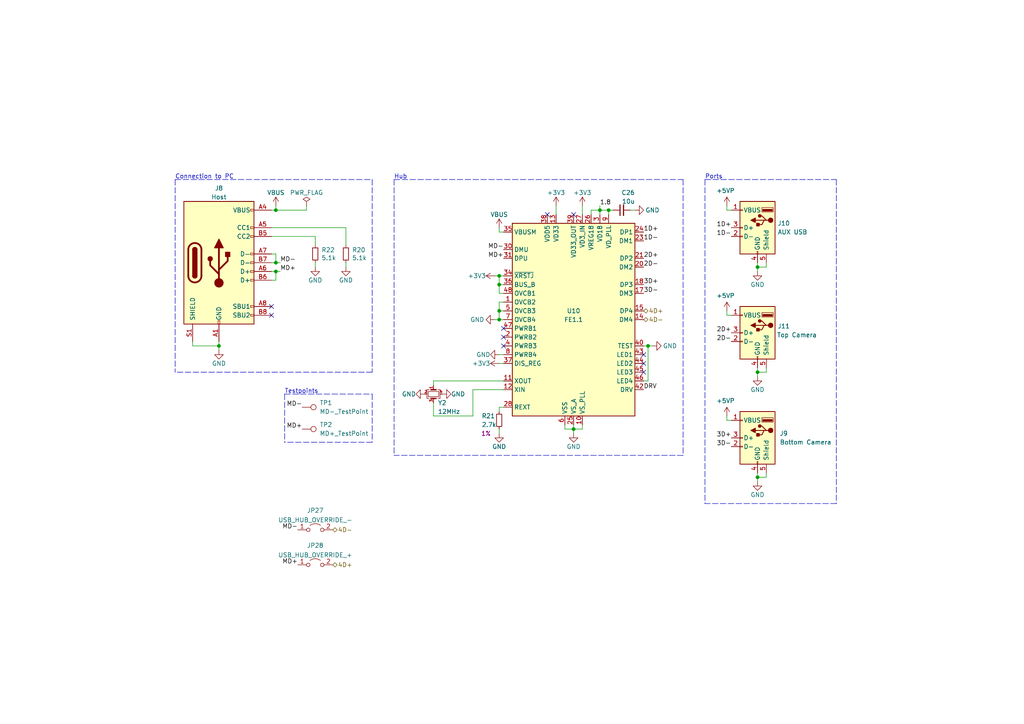
<source format=kicad_sch>
(kicad_sch (version 20211123) (generator eeschema)
  (paper "A4")
  (title_block (title "Index Mobo") (date "2022-03-29") (rev "003"))
  (lib_symbols
    (symbol "Connector:TestPoint" (pin_numbers hide) (pin_names (offset 0.762) hide)
      (property "Reference" "TP" (at 0 6.858 0))
      (property "Value" "TestPoint" (at 0 5.08 0))
      (symbol "TestPoint_0_1"
        (circle (center 0 3.302) (radius 0.762))
      )
      (symbol "TestPoint_1_1"
        (pin passive line (at 0 0 90) (length 2.54) (name "1") (number "1"))
      )
    )
    (symbol "Connector:USB_A" (pin_names (offset 1.016))
      (property "Reference" "J" (at -5.08 11.43 0))
      (property "Value" "USB_A" (at -5.08 8.89 0))
      (symbol "USB_A_0_1"
        (rectangle (start -5.08 -7.62) (end 5.08 7.62) (stroke (width 0.254)) (fill (type background)))
        (circle (center -3.81 2.159) (radius 0.635) (stroke (width 0.254)) (fill (type outline)))
        (rectangle (start -1.524 4.826) (end -4.318 5.334) (fill (type outline)))
        (rectangle (start -1.27 4.572) (end -4.572 5.842))
        (circle (center -0.635 3.429) (radius 0.381) (stroke (width 0.254)) (fill (type outline)))
        (rectangle (start -0.127 -7.62) (end 0.127 -6.858))
        (polyline (pts (xy -3.175 2.159) (xy -2.54 2.159) (xy -1.27 3.429) (xy -0.635 3.429)) (stroke (width 0.254)))
        (polyline (pts (xy -2.54 2.159) (xy -1.905 2.159) (xy -1.27 0.889) (xy 0 0.889)) (stroke (width 0.254)))
        (polyline (pts (xy 0.635 2.794) (xy 0.635 1.524) (xy 1.905 2.159) (xy 0.635 2.794)) (stroke (width 0.254)) (fill (type outline)))
        (rectangle (start 0.254 1.27) (end -0.508 0.508) (stroke (width 0.254)) (fill (type outline)))
        (rectangle (start 5.08 -2.667) (end 4.318 -2.413))
        (rectangle (start 5.08 -0.127) (end 4.318 0.127))
        (rectangle (start 5.08 4.953) (end 4.318 5.207))
      )
      (symbol "USB_A_1_1"
        (polyline (pts (xy -1.905 2.159) (xy 0.635 2.159)) (stroke (width 0.254)))
        (pin power_in line (at 7.62 5.08 180) (length 2.54) (name "VBUS") (number "1"))
        (pin bidirectional line (at 7.62 -2.54 180) (length 2.54) (name "D-") (number "2"))
        (pin bidirectional line (at 7.62 0 180) (length 2.54) (name "D+") (number "3"))
        (pin power_in line (at 0 -10.16 90) (length 2.54) (name "GND") (number "4"))
        (pin passive line (at -2.54 -10.16 90) (length 2.54) (name "Shield") (number "5"))
      )
    )
    (symbol "Connector:USB_C_Receptacle_USB2.0" (pin_names (offset 1.016))
      (property "Reference" "J" (at -10.16 19.05 0))
      (property "Value" "USB_C_Receptacle_USB2.0" (at 19.05 19.05 0))
      (symbol "USB_C_Receptacle_USB2.0_0_0"
        (rectangle (start -0.254 -17.78) (end 0.254 -16.764))
        (rectangle (start 10.16 -14.986) (end 9.144 -15.494))
        (rectangle (start 10.16 -12.446) (end 9.144 -12.954))
        (rectangle (start 10.16 -4.826) (end 9.144 -5.334))
        (rectangle (start 10.16 -2.286) (end 9.144 -2.794))
        (rectangle (start 10.16 0.254) (end 9.144 -0.254))
        (rectangle (start 10.16 2.794) (end 9.144 2.286))
        (rectangle (start 10.16 7.874) (end 9.144 7.366))
        (rectangle (start 10.16 10.414) (end 9.144 9.906))
        (rectangle (start 10.16 15.494) (end 9.144 14.986))
      )
      (symbol "USB_C_Receptacle_USB2.0_0_1"
        (rectangle (start -10.16 17.78) (end 10.16 -17.78) (stroke (width 0.254)) (fill (type background)))
        (arc (start -8.89 -3.81) (mid -6.985 -5.715) (end -5.08 -3.81) (stroke (width 0.508)))
        (arc (start -7.62 -3.81) (mid -6.985 -4.445) (end -6.35 -3.81) (stroke (width 0.254)))
        (arc (start -7.62 -3.81) (mid -6.985 -4.445) (end -6.35 -3.81) (stroke (width 0.254)) (fill (type outline)))
        (rectangle (start -7.62 -3.81) (end -6.35 3.81) (stroke (width 0.254)) (fill (type outline)))
        (arc (start -6.35 3.81) (mid -6.985 4.445) (end -7.62 3.81) (stroke (width 0.254)))
        (arc (start -6.35 3.81) (mid -6.985 4.445) (end -7.62 3.81) (stroke (width 0.254)) (fill (type outline)))
        (arc (start -5.08 3.81) (mid -6.985 5.715) (end -8.89 3.81) (stroke (width 0.508)))
        (circle (center -2.54 1.143) (radius 0.635) (stroke (width 0.254)) (fill (type outline)))
        (circle (center 0 -5.842) (radius 1.27) (fill (type outline)))
        (polyline (pts (xy -8.89 -3.81) (xy -8.89 3.81)) (stroke (width 0.508)))
        (polyline (pts (xy -5.08 3.81) (xy -5.08 -3.81)) (stroke (width 0.508)))
        (polyline (pts (xy 0 -5.842) (xy 0 4.318)) (stroke (width 0.508)))
        (polyline (pts (xy 0 -3.302) (xy -2.54 -0.762) (xy -2.54 0.508)) (stroke (width 0.508)))
        (polyline (pts (xy 0 -2.032) (xy 2.54 0.508) (xy 2.54 1.778)) (stroke (width 0.508)))
        (polyline (pts (xy -1.27 4.318) (xy 0 6.858) (xy 1.27 4.318) (xy -1.27 4.318)) (stroke (width 0.254)) (fill (type outline)))
        (rectangle (start 1.905 1.778) (end 3.175 3.048) (stroke (width 0.254)) (fill (type outline)))
      )
      (symbol "USB_C_Receptacle_USB2.0_1_1"
        (pin passive line (at 0 -22.86 90) (length 5.08) (name "GND") (number "A1"))
        (pin passive line (at 0 -22.86 90) (length 5.08) hide (name "GND") (number "A12"))
        (pin passive line (at 15.24 15.24 180) (length 5.08) (name "VBUS") (number "A4"))
        (pin bidirectional line (at 15.24 10.16 180) (length 5.08) (name "CC1") (number "A5"))
        (pin bidirectional line (at 15.24 -2.54 180) (length 5.08) (name "D+") (number "A6"))
        (pin bidirectional line (at 15.24 2.54 180) (length 5.08) (name "D-") (number "A7"))
        (pin bidirectional line (at 15.24 -12.7 180) (length 5.08) (name "SBU1") (number "A8"))
        (pin passive line (at 15.24 15.24 180) (length 5.08) hide (name "VBUS") (number "A9"))
        (pin passive line (at 0 -22.86 90) (length 5.08) hide (name "GND") (number "B1"))
        (pin passive line (at 0 -22.86 90) (length 5.08) hide (name "GND") (number "B12"))
        (pin passive line (at 15.24 15.24 180) (length 5.08) hide (name "VBUS") (number "B4"))
        (pin bidirectional line (at 15.24 7.62 180) (length 5.08) (name "CC2") (number "B5"))
        (pin bidirectional line (at 15.24 -5.08 180) (length 5.08) (name "D+") (number "B6"))
        (pin bidirectional line (at 15.24 0 180) (length 5.08) (name "D-") (number "B7"))
        (pin bidirectional line (at 15.24 -15.24 180) (length 5.08) (name "SBU2") (number "B8"))
        (pin passive line (at 15.24 15.24 180) (length 5.08) hide (name "VBUS") (number "B9"))
        (pin passive line (at -7.62 -22.86 90) (length 5.08) (name "SHIELD") (number "S1"))
      )
    )
    (symbol "Device:C_Small" (pin_numbers hide) (pin_names (offset 0.254) hide)
      (property "Reference" "C" (at 0.254 1.778 0))
      (property "Value" "C_Small" (at 0.254 -2.032 0))
      (symbol "C_Small_0_1"
        (polyline (pts (xy -1.524 -0.508) (xy 1.524 -0.508)) (stroke (width 0.3302)))
        (polyline (pts (xy -1.524 0.508) (xy 1.524 0.508)) (stroke (width 0.3048)))
      )
      (symbol "C_Small_1_1"
        (pin passive line (at 0 2.54 270) (length 2.032) (name "~") (number "1"))
        (pin passive line (at 0 -2.54 90) (length 2.032) (name "~") (number "2"))
      )
    )
    (symbol "Device:Crystal_GND24_Small" (pin_names (offset 1.016) hide)
      (property "Reference" "Y" (at 1.27 4.445 0))
      (property "Value" "Crystal_GND24_Small" (at 1.27 2.54 0))
      (symbol "Crystal_GND24_Small_0_1"
        (rectangle (start -0.762 -1.524) (end 0.762 1.524))
        (polyline (pts (xy -1.27 -0.762) (xy -1.27 0.762)) (stroke (width 0.381)))
        (polyline (pts (xy 1.27 -0.762) (xy 1.27 0.762)) (stroke (width 0.381)))
        (polyline (pts (xy -1.27 -1.27) (xy -1.27 -1.905) (xy 1.27 -1.905) (xy 1.27 -1.27)))
        (polyline (pts (xy -1.27 1.27) (xy -1.27 1.905) (xy 1.27 1.905) (xy 1.27 1.27)))
      )
      (symbol "Crystal_GND24_Small_1_1"
        (pin passive line (at -2.54 0 0) (length 1.27) (name "1") (number "1"))
        (pin passive line (at 0 -2.54 90) (length 0.635) (name "2") (number "2"))
        (pin passive line (at 2.54 0 180) (length 1.27) (name "3") (number "3"))
        (pin passive line (at 0 2.54 270) (length 0.635) (name "4") (number "4"))
      )
    )
    (symbol "Device:R_Small" (pin_numbers hide) (pin_names (offset 0.254) hide)
      (property "Reference" "R" (at 0.762 0.508 0))
      (property "Value" "R_Small" (at 0.762 -1.016 0))
      (symbol "R_Small_0_1"
        (rectangle (start -0.762 1.778) (end 0.762 -1.778) (stroke (width 0.2032)))
      )
      (symbol "R_Small_1_1"
        (pin passive line (at 0 2.54 270) (length 0.762) (name "~") (number "1"))
        (pin passive line (at 0 -2.54 90) (length 0.762) (name "~") (number "2"))
      )
    )
    (symbol "Jumper:Jumper_2_Open" (pin_names (offset 0) hide)
      (property "Reference" "JP" (at 0 2.794 0))
      (property "Value" "Jumper_2_Open" (at 0 -2.286 0))
      (symbol "Jumper_2_Open_0_0"
        (circle (center -2.032 0) (radius 0.508))
        (circle (center 2.032 0) (radius 0.508))
      )
      (symbol "Jumper_2_Open_0_1"
        (arc (start 1.524 1.27) (mid 0 1.778) (end -1.524 1.27))
      )
      (symbol "Jumper_2_Open_1_1"
        (pin passive line (at -5.08 0 0) (length 2.54) (name "A") (number "1"))
        (pin passive line (at 5.08 0 180) (length 2.54) (name "B") (number "2"))
      )
    )
    (symbol "index:FE1.1"
      (property "Reference" "U" (at -13.97 26.67 0))
      (property "Value" "FE1.1" (at 15.24 27.94 0))
      (symbol "FE1.1_0_1"
        (rectangle (start -17.78 25.4) (end 17.78 -30.48) (stroke (width 0.254)) (fill (type background)))
      )
      (symbol "FE1.1_1_1"
        (pin input line (at -20.32 2.54 0) (length 2.54) (name "OVCB2") (number "1"))
        (pin power_in line (at 2.54 -33.02 90) (length 2.54) (name "VS_PLL") (number "10"))
        (pin output line (at -20.32 -20.32 0) (length 2.54) (name "XOUT") (number "11"))
        (pin input line (at -20.32 -22.86 0) (length 2.54) (name "XIN") (number "12"))
        (pin power_in line (at -5.08 27.94 270) (length 2.54) (name "VD33") (number "13"))
        (pin bidirectional line (at 20.32 -2.54 180) (length 2.54) (name "DM4") (number "14"))
        (pin bidirectional line (at 20.32 0 180) (length 2.54) (name "DP4") (number "15"))
        (pin passive line (at -2.54 -33.02 90) (length 2.54) hide (name "VSS") (number "16"))
        (pin bidirectional line (at 20.32 5.08 180) (length 2.54) (name "DM3") (number "17"))
        (pin bidirectional line (at 20.32 7.62 180) (length 2.54) (name "DP3") (number "18"))
        (pin passive line (at -5.08 27.94 270) (length 2.54) hide (name "VD33") (number "19"))
        (pin input line (at -20.32 -7.62 0) (length 2.54) (name "PWRB2") (number "2"))
        (pin bidirectional line (at 20.32 12.7 180) (length 2.54) (name "DM2") (number "20"))
        (pin bidirectional line (at 20.32 15.24 180) (length 2.54) (name "DP2") (number "21"))
        (pin passive line (at -2.54 -33.02 90) (length 2.54) hide (name "VSS") (number "22"))
        (pin bidirectional line (at 20.32 20.32 180) (length 2.54) (name "DM1") (number "23"))
        (pin bidirectional line (at 20.32 22.86 180) (length 2.54) (name "DP1") (number "24"))
        (pin power_in line (at 0 -33.02 90) (length 2.54) (name "VS_A") (number "25"))
        (pin power_out line (at 5.08 27.94 270) (length 2.54) (name "VREG18") (number "26"))
        (pin power_in line (at 2.54 27.94 270) (length 2.54) (name "VD3_IN") (number "27"))
        (pin passive line (at -20.32 -27.94 0) (length 2.54) (name "REXT") (number "28"))
        (pin passive line (at 7.62 27.94 270) (length 2.54) hide (name "VD18") (number "29"))
        (pin power_in line (at 7.62 27.94 270) (length 2.54) (name "VD18") (number "3"))
        (pin bidirectional line (at -20.32 17.78 0) (length 2.54) (name "DMU") (number "30"))
        (pin bidirectional line (at -20.32 15.24 0) (length 2.54) (name "DPU") (number "31"))
        (pin passive line (at -5.08 27.94 270) (length 2.54) hide (name "VD33") (number "32"))
        (pin passive line (at -2.54 -33.02 90) (length 2.54) hide (name "VSS") (number "33"))
        (pin input line (at -20.32 10.16 0) (length 2.54) (name "~{XRSTJ}") (number "34"))
        (pin input line (at -20.32 22.86 0) (length 2.54) (name "VBUSM") (number "35"))
        (pin input line (at -20.32 7.62 0) (length 2.54) (name "BUS_B") (number "36"))
        (pin input line (at -20.32 -15.24 0) (length 2.54) (name "DIS_REG") (number "37"))
        (pin power_in line (at -7.62 27.94 270) (length 2.54) (name "VDD5") (number "38"))
        (pin power_out line (at 0 27.94 270) (length 2.54) (name "VD33_OUT") (number "39"))
        (pin input line (at -20.32 -10.16 0) (length 2.54) (name "PWRB3") (number "4"))
        (pin input line (at 20.32 -10.16 180) (length 2.54) (name "TEST") (number "40"))
        (pin passive line (at -5.08 27.94 270) (length 2.54) hide (name "VD33") (number "41"))
        (pin passive line (at 20.32 -22.86 180) (length 2.54) (name "DRV") (number "42"))
        (pin passive line (at 20.32 -12.7 180) (length 2.54) (name "LED1") (number "43"))
        (pin passive line (at 20.32 -15.24 180) (length 2.54) (name "LED2") (number "44"))
        (pin passive line (at 20.32 -17.78 180) (length 2.54) (name "LED3") (number "45"))
        (pin passive line (at 20.32 -20.32 180) (length 2.54) (name "LED4") (number "46"))
        (pin input line (at -20.32 -5.08 0) (length 2.54) (name "PWRB1") (number "47"))
        (pin input line (at -20.32 5.08 0) (length 2.54) (name "OVCB1") (number "48"))
        (pin input line (at -20.32 0 0) (length 2.54) (name "OVCB3") (number "5"))
        (pin power_in line (at -2.54 -33.02 90) (length 2.54) (name "VSS") (number "6"))
        (pin input line (at -20.32 -2.54 0) (length 2.54) (name "OVCB4") (number "7"))
        (pin input line (at -20.32 -12.7 0) (length 2.54) (name "PWRB4") (number "8"))
        (pin power_in line (at 10.16 27.94 270) (length 2.54) (name "VD_PLL") (number "9"))
      )
    )
    (symbol "power:+3.3V" (power) (pin_names (offset 0))
      (property "Value" "+3.3V" (at 0 3.556 0))
      (symbol "+3.3V_0_1"
        (polyline (pts (xy -0.762 1.27) (xy 0 2.54)))
        (polyline (pts (xy 0 0) (xy 0 2.54)))
        (polyline (pts (xy 0 2.54) (xy 0.762 1.27)))
      )
      (symbol "+3.3V_1_1"
        (pin power_in line (at 0 0 90) (length 0) hide (name "+3V3") (number "1"))
      )
    )
    (symbol "power:+5VP" (power) (pin_names (offset 0))
      (property "Value" "+5VP" (at 0 3.556 0))
      (symbol "+5VP_0_1"
        (polyline (pts (xy -0.762 1.27) (xy 0 2.54)))
        (polyline (pts (xy 0 0) (xy 0 2.54)))
        (polyline (pts (xy 0 2.54) (xy 0.762 1.27)))
      )
      (symbol "+5VP_1_1"
        (pin power_in line (at 0 0 90) (length 0) hide (name "+5VP") (number "1"))
      )
    )
    (symbol "power:GND" (power) (pin_names (offset 0))
      (property "Value" "GND" (at 0 -3.81 0))
      (symbol "GND_0_1"
        (polyline (pts (xy 0 0) (xy 0 -1.27) (xy 1.27 -1.27) (xy 0 -2.54) (xy -1.27 -1.27) (xy 0 -1.27)))
      )
      (symbol "GND_1_1"
        (pin power_in line (at 0 0 270) (length 0) hide (name "GND") (number "1"))
      )
    )
    (symbol "power:PWR_FLAG" (power) (pin_numbers hide) (pin_names (offset 0) hide)
      (property "Value" "PWR_FLAG" (at 0 3.81 0))
      (symbol "PWR_FLAG_0_0"
        (pin power_out line (at 0 0 90) (length 0) (name "pwr") (number "1"))
      )
      (symbol "PWR_FLAG_0_1"
        (polyline (pts (xy 0 0) (xy 0 1.27) (xy -1.016 1.905) (xy 0 2.54) (xy 1.016 1.905) (xy 0 1.27)))
      )
    )
    (symbol "power:VBUS" (power) (pin_names (offset 0))
      (property "Value" "VBUS" (at 0 3.81 0))
      (symbol "VBUS_0_1"
        (polyline (pts (xy -0.762 1.27) (xy 0 2.54)))
        (polyline (pts (xy 0 0) (xy 0 2.54)))
        (polyline (pts (xy 0 2.54) (xy 0.762 1.27)))
      )
      (symbol "VBUS_1_1"
        (pin power_in line (at 0 0 90) (length 0) hide (name "VBUS") (number "1"))
      )
    )
  )
  (junction (at 144.78 92.71))
  (junction (at 144.78 90.17))
  (junction (at 80.01 60.96))
  (junction (at 80.01 78.74))
  (junction (at 144.78 80.01))
  (junction (at 173.99 60.96))
  (junction (at 219.71 77.47))
  (junction (at 219.71 107.95))
  (junction (at 219.71 138.43))
  (junction (at 166.37 124.46))
  (junction (at 176.53 60.96))
  (junction (at 63.5 100.33))
  (junction (at 80.01 76.2))
  (junction (at 187.96 100.33))
  (junction (at 144.78 82.55))
  (no_connect (at 146.05 97.79))
  (no_connect (at 186.69 105.41))
  (no_connect (at 78.74 91.44))
  (no_connect (at 186.69 102.87))
  (no_connect (at 78.74 88.9))
  (no_connect (at 146.05 95.25))
  (no_connect (at 158.75 62.23))
  (no_connect (at 146.05 100.33))
  (no_connect (at 166.37 62.23))
  (no_connect (at 186.69 107.95))
  (wire (pts (xy 55.88 99.06) (xy 55.88 100.33)))
  (wire (pts (xy 219.71 77.47) (xy 222.25 77.47)))
  (wire (pts (xy 125.73 116.84) (xy 125.73 120.65)))
  (wire (pts (xy 173.99 60.96) (xy 176.53 60.96)))
  (polyline (pts (xy 107.95 52.07) (xy 107.95 107.95)))
  (wire (pts (xy 219.71 138.43) (xy 219.71 139.7)))
  (wire (pts (xy 63.5 99.06) (xy 63.5 100.33)))
  (wire (pts (xy 125.73 120.65) (xy 137.16 120.65)))
  (wire (pts (xy 146.05 67.31) (xy 144.78 67.31)))
  (polyline (pts (xy 204.47 52.07) (xy 242.57 52.07)))
  (wire (pts (xy 144.78 85.09) (xy 146.05 85.09)))
  (wire (pts (xy 137.16 113.03) (xy 146.05 113.03)))
  (wire (pts (xy 176.53 60.96) (xy 177.8 60.96)))
  (wire (pts (xy 219.71 107.95) (xy 219.71 109.22)))
  (wire (pts (xy 78.74 66.04) (xy 100.33 66.04)))
  (wire (pts (xy 80.01 60.96) (xy 78.74 60.96)))
  (wire (pts (xy 80.01 76.2) (xy 81.28 76.2)))
  (polyline (pts (xy 114.3 52.07) (xy 114.3 132.08)))
  (wire (pts (xy 219.71 138.43) (xy 222.25 138.43)))
  (polyline (pts (xy 82.55 114.3) (xy 82.55 128.27)))
  (wire (pts (xy 187.96 100.33) (xy 189.23 100.33)))
  (wire (pts (xy 144.78 80.01) (xy 146.05 80.01)))
  (wire (pts (xy 146.05 110.49) (xy 125.73 110.49)))
  (wire (pts (xy 144.78 90.17) (xy 144.78 92.71)))
  (wire (pts (xy 144.78 124.46) (xy 144.78 125.73)))
  (wire (pts (xy 222.25 106.68) (xy 222.25 107.95)))
  (wire (pts (xy 222.25 107.95) (xy 219.71 107.95)))
  (wire (pts (xy 144.78 87.63) (xy 144.78 90.17)))
  (polyline (pts (xy 204.47 52.07) (xy 204.47 146.05)))
  (wire (pts (xy 137.16 120.65) (xy 137.16 113.03)))
  (wire (pts (xy 210.82 91.44) (xy 210.82 90.17)))
  (wire (pts (xy 144.78 118.11) (xy 144.78 119.38)))
  (wire (pts (xy 173.99 60.96) (xy 173.99 62.23)))
  (wire (pts (xy 219.71 106.68) (xy 219.71 107.95)))
  (wire (pts (xy 80.01 78.74) (xy 81.28 78.74)))
  (wire (pts (xy 80.01 81.28) (xy 78.74 81.28)))
  (wire (pts (xy 210.82 120.65) (xy 210.82 121.92)))
  (wire (pts (xy 163.83 124.46) (xy 166.37 124.46)))
  (wire (pts (xy 222.25 76.2) (xy 222.25 77.47)))
  (wire (pts (xy 91.44 68.58) (xy 78.74 68.58)))
  (wire (pts (xy 146.05 90.17) (xy 144.78 90.17)))
  (wire (pts (xy 182.88 60.96) (xy 184.15 60.96)))
  (wire (pts (xy 219.71 77.47) (xy 219.71 78.74)))
  (wire (pts (xy 91.44 71.12) (xy 91.44 68.58)))
  (wire (pts (xy 171.45 60.96) (xy 173.99 60.96)))
  (wire (pts (xy 100.33 66.04) (xy 100.33 71.12)))
  (wire (pts (xy 78.74 76.2) (xy 80.01 76.2)))
  (polyline (pts (xy 50.8 52.07) (xy 50.8 107.95)))
  (wire (pts (xy 168.91 59.69) (xy 168.91 62.23)))
  (wire (pts (xy 222.25 138.43) (xy 222.25 137.16)))
  (wire (pts (xy 210.82 59.69) (xy 210.82 60.96)))
  (polyline (pts (xy 107.95 114.3) (xy 107.95 128.27)))
  (wire (pts (xy 63.5 100.33) (xy 55.88 100.33)))
  (wire (pts (xy 187.96 110.49) (xy 187.96 100.33)))
  (wire (pts (xy 166.37 124.46) (xy 168.91 124.46)))
  (wire (pts (xy 144.78 82.55) (xy 144.78 85.09)))
  (polyline (pts (xy 82.55 114.3) (xy 107.95 114.3)))
  (wire (pts (xy 125.73 110.49) (xy 125.73 111.76)))
  (wire (pts (xy 168.91 123.19) (xy 168.91 124.46)))
  (polyline (pts (xy 107.95 107.95) (xy 50.8 107.95)))
  (wire (pts (xy 163.83 123.19) (xy 163.83 124.46)))
  (wire (pts (xy 143.51 80.01) (xy 144.78 80.01)))
  (polyline (pts (xy 242.57 52.07) (xy 242.57 146.05)))
  (wire (pts (xy 146.05 87.63) (xy 144.78 87.63)))
  (wire (pts (xy 80.01 59.69) (xy 80.01 60.96)))
  (wire (pts (xy 173.99 59.69) (xy 173.99 60.96)))
  (wire (pts (xy 144.78 105.41) (xy 146.05 105.41)))
  (polyline (pts (xy 242.57 146.05) (xy 204.47 146.05)))
  (wire (pts (xy 161.29 59.69) (xy 161.29 62.23)))
  (wire (pts (xy 171.45 62.23) (xy 171.45 60.96)))
  (wire (pts (xy 80.01 78.74) (xy 80.01 81.28)))
  (polyline (pts (xy 198.12 132.08) (xy 114.3 132.08)))
  (wire (pts (xy 80.01 60.96) (xy 88.9 60.96)))
  (wire (pts (xy 78.74 73.66) (xy 80.01 73.66)))
  (wire (pts (xy 176.53 60.96) (xy 176.53 62.23)))
  (wire (pts (xy 144.78 102.87) (xy 146.05 102.87)))
  (wire (pts (xy 219.71 137.16) (xy 219.71 138.43)))
  (wire (pts (xy 219.71 76.2) (xy 219.71 77.47)))
  (wire (pts (xy 166.37 124.46) (xy 166.37 125.73)))
  (wire (pts (xy 88.9 59.69) (xy 88.9 60.96)))
  (polyline (pts (xy 50.8 52.07) (xy 107.95 52.07)))
  (wire (pts (xy 186.69 100.33) (xy 187.96 100.33)))
  (wire (pts (xy 146.05 118.11) (xy 144.78 118.11)))
  (wire (pts (xy 143.51 92.71) (xy 144.78 92.71)))
  (wire (pts (xy 144.78 92.71) (xy 146.05 92.71)))
  (wire (pts (xy 63.5 100.33) (xy 63.5 101.6)))
  (wire (pts (xy 186.69 110.49) (xy 187.96 110.49)))
  (wire (pts (xy 144.78 80.01) (xy 144.78 82.55)))
  (wire (pts (xy 210.82 60.96) (xy 212.09 60.96)))
  (polyline (pts (xy 114.3 52.07) (xy 198.12 52.07)))
  (wire (pts (xy 78.74 78.74) (xy 80.01 78.74)))
  (wire (pts (xy 91.44 76.2) (xy 91.44 77.47)))
  (polyline (pts (xy 198.12 52.07) (xy 198.12 132.08)))
  (wire (pts (xy 144.78 67.31) (xy 144.78 66.04)))
  (wire (pts (xy 80.01 73.66) (xy 80.01 76.2)))
  (wire (pts (xy 212.09 91.44) (xy 210.82 91.44)))
  (wire (pts (xy 166.37 123.19) (xy 166.37 124.46)))
  (wire (pts (xy 100.33 76.2) (xy 100.33 77.47)))
  (polyline (pts (xy 107.95 128.27) (xy 82.55 128.27)))
  (wire (pts (xy 144.78 82.55) (xy 146.05 82.55)))
  (wire (pts (xy 210.82 121.92) (xy 212.09 121.92)))
  (text "Hub" (at 114.3 52.07 0) (effects (font (size 1.27 1.27)) (justify left bottom)))
  (text "Testpoints" (at 82.55 114.3 0) (effects (font (size 1.27 1.27)) (justify left bottom)))
  (text "Ports" (at 204.47 52.07 0) (effects (font (size 1.27 1.27)) (justify left bottom)))
  (text "Connection to PC" (at 50.8 52.07 0) (effects (font (size 1.27 1.27)) (justify left bottom)))
  (label "MD-" (at 86.36 153.67 180))
  (label "MD-" (at 146.05 72.39 180))
  (label "MD-" (at 81.28 76.2 0))
  (label "1D+" (at 212.09 66.04 180))
  (label "1.8" (at 173.99 59.69 0))
  (label "1D-" (at 186.69 69.85 0))
  (label "MD-" (at 87.63 118.11 180))
  (label "2D-" (at 186.69 77.47 0))
  (label "DRV" (at 186.69 113.03 0))
  (label "MD+" (at 146.05 74.93 180))
  (label "3D+" (at 212.09 127 180))
  (label "1D+" (at 186.69 67.31 0))
  (label "1D-" (at 212.09 68.58 180))
  (label "2D-" (at 212.09 99.06 180))
  (label "2D+" (at 186.69 74.93 0))
  (label "MD+" (at 87.63 124.46 180))
  (label "3D-" (at 186.69 85.09 0))
  (label "2D+" (at 212.09 96.52 180))
  (label "3D+" (at 186.69 82.55 0))
  (label "MD+" (at 81.28 78.74 0))
  (label "3D-" (at 212.09 129.54 180))
  (label "MD+" (at 86.36 163.83 180))
  (hierarchical_label "4D-" (shape bidirectional) (at 96.52 153.67 0))
  (hierarchical_label "4D-" (shape bidirectional) (at 186.69 92.71 0))
  (hierarchical_label "4D+" (shape bidirectional) (at 186.69 90.17 0))
  (hierarchical_label "4D+" (shape bidirectional) (at 96.52 163.83 0))
  (symbol (lib_id "Device:C_Small") (at 180.34 60.96 90) (unit 1)
    (property "Reference" "C26" (at 184.15 55.88 90) (effects (justify left)))
    (property "Value" "10u" (at 184.15 58.42 90) (effects (justify left)))
    (property "Footprint" "Capacitor_SMD:C_0805_2012Metric" (effects hide))
    (property "Digikey" "490-18663-1-ND" (effects hide))
    (property "JLCPCB" "C15850" (effects hide))
    (property "LCSC" "C17024" (effects hide))
    (property "Mouser" "81-GRM21BR61H106KE3L" (effects hide))
  )
  (symbol (lib_id "power:GND") (at 184.15 60.96 90) (unit 1)
    (property "Reference" "#PWR0134" (effects hide))
    (property "Value" "GND" (at 189.23 60.96 90))
  )
  (symbol (lib_id "Device:Crystal_GND24_Small") (at 125.73 114.3 270) (unit 1)
    (property "Reference" "Y2" (at 127 116.84 90) (effects (justify left)))
    (property "Value" "12MHz" (at 127 119.38 90) (effects (justify left)))
    (property "Footprint" "Crystal:Crystal_SMD_3225-4Pin_3.2x2.5mm" (effects hide))
    (property "JLCPCB" "C9002" (effects hide))
    (property "LCSC" "C9002" (effects hide))
  )
  (symbol (lib_id "power:GND") (at 219.71 139.7 0) (mirror y) (unit 1)
    (property "Reference" "#PWR0136" (effects hide))
    (property "Value" "GND" (at 219.71 143.51 0))
  )
  (symbol (lib_id "power:GND") (at 219.71 109.22 0) (mirror y) (unit 1)
    (property "Reference" "#PWR0140" (effects hide))
    (property "Value" "GND" (at 219.71 113.03 0))
  )
  (symbol (lib_id "power:GND") (at 128.27 114.3 90) (unit 1)
    (property "Reference" "#PWR0121" (effects hide))
    (property "Value" "GND" (at 130.81 114.3 90) (effects (justify right)))
  )
  (symbol (lib_id "power:GND") (at 123.19 114.3 270) (unit 1)
    (property "Reference" "#PWR0120" (effects hide))
    (property "Value" "GND" (at 120.65 114.3 90) (effects (justify right)))
  )
  (symbol (lib_id "Connector:USB_A") (at 219.71 127 0) (mirror y) (unit 1)
    (property "Reference" "J9" (at 227.33 125.73 0))
    (property "Value" "Bottom Camera" (at 233.68 128.27 0))
    (property "Footprint" "Connector_USB:USB_A_Stewart_SS-52100-001_Horizontal" (effects hide))
    (property "Datasheet" " ~" (effects hide))
    (property "LCSC" "C503996" (effects hide))
    (property "JLCPCB" "C503996" (effects hide))
    (property "Digikey" "2987-CU01SAH0S00-ND" (effects hide))
    (property "Mouser" "649-87520-0012BLF" (effects hide))
  )
  (symbol (lib_id "Connector:USB_A") (at 219.71 66.04 0) (mirror y) (unit 1)
    (property "Reference" "J10" (at 227.33 64.77 0))
    (property "Value" "AUX USB" (at 229.87 67.31 0))
    (property "Footprint" "Connector_USB:USB_A_Stewart_SS-52100-001_Horizontal" (effects hide))
    (property "Datasheet" " ~" (effects hide))
    (property "JLCPCB" "C503996" (effects hide))
    (property "LCSC" "C503996" (effects hide))
    (property "Digikey" "2987-CU01SAH0S00-ND" (effects hide))
    (property "Mouser" "649-87520-0012BLF" (effects hide))
  )
  (symbol (lib_id "Connector:USB_A") (at 219.71 96.52 0) (mirror y) (unit 1)
    (property "Reference" "J11" (at 227.33 94.615 0))
    (property "Value" "Top Camera" (at 231.14 97.155 0))
    (property "Footprint" "Connector_USB:USB_A_Stewart_SS-52100-001_Horizontal" (effects hide))
    (property "Datasheet" " ~" (effects hide))
    (property "JLCPCB" "C503996" (effects hide))
    (property "LCSC" "C503996" (effects hide))
    (property "Digikey" "2987-CU01SAH0S00-ND" (effects hide))
    (property "Mouser" "649-87520-0012BLF" (effects hide))
  )
  (symbol (lib_id "Device:R_Small") (at 144.78 121.92 0) (unit 1)
    (property "Reference" "R21" (at 139.7 120.65 0) (effects (justify left)))
    (property "Value" "2.7k" (at 139.7 123.19 0) (effects (justify left)))
    (property "Footprint" "Resistor_SMD:R_0805_2012Metric" (effects hide))
    (property "Digikey" "A129754CT-ND" (effects hide))
    (property "JLCPCB" "C17530" (effects hide))
    (property "LCSC" "C139909" (effects hide))
    (property "Mouser" "652-CR0805FX-2701ELF" (effects hide))
    (property "Notes" "1%" (at 140.97 125.73 0))
  )
  (symbol (lib_id "power:GND") (at 144.78 125.73 0) (unit 1)
    (property "Reference" "#PWR0125" (effects hide))
    (property "Value" "GND" (at 144.78 129.54 0))
  )
  (symbol (lib_id "power:GND") (at 166.37 125.73 0) (unit 1)
    (property "Reference" "#PWR0130" (effects hide))
    (property "Value" "GND" (at 166.37 129.54 0))
  )
  (symbol (lib_id "power:+3.3V") (at 161.29 59.69 0) (unit 1)
    (property "Reference" "#PWR0129" (effects hide))
    (property "Value" "+3.3V" (at 161.29 55.88 0))
  )
  (symbol (lib_id "Connector:USB_C_Receptacle_USB2.0") (at 63.5 76.2 0) (unit 1)
    (property "Reference" "J8" (at 63.5 54.61 0))
    (property "Value" "Host" (at 63.5 57.15 0))
    (property "Footprint" "Connector_USB:USB_C_Receptacle_Palconn_UTC16-G" (effects hide))
    (property "Datasheet" "https://www.usb.org/sites/default/files/documents/usb_type-c.zip" (effects hide))
    (property "LCSC" "C165948" (effects hide))
    (property "Digikey" "2073-USB4105-GF-ACT-ND" (effects hide))
    (property "JLCPCB" "C165948" (effects hide))
  )
  (symbol (lib_id "power:GND") (at 63.5 101.6 0) (unit 1)
    (property "Reference" "#PWR0118" (effects hide))
    (property "Value" "GND" (at 63.5 105.41 0))
  )
  (symbol (lib_id "Device:R_Small") (at 100.33 73.66 0) (unit 1)
    (property "Reference" "R20" (at 102.108 72.4916 0) (effects (justify left)))
    (property "Value" "5.1k" (at 102.108 74.803 0) (effects (justify left)))
    (property "Footprint" "Resistor_SMD:R_0805_2012Metric" (effects hide))
    (property "Datasheet" "https://www.vishay.com/docs/28773/crcwce3.pdf" (effects hide))
    (property "JLCPCB" " C27834" (effects hide))
    (property "LCSC" "C115337" (effects hide))
    (property "Digikey" "541-CRCW08055K10FKEACCT-ND" (effects hide))
    (property "Mouser" "71-CRCW08055K10FKEAC" (effects hide))
  )
  (symbol (lib_id "power:GND") (at 100.33 77.47 0) (unit 1)
    (property "Reference" "#PWR0122" (effects hide))
    (property "Value" "GND" (at 100.33 81.28 0))
  )
  (symbol (lib_id "Device:R_Small") (at 91.44 73.66 0) (unit 1)
    (property "Reference" "R22" (at 93.218 72.4916 0) (effects (justify left)))
    (property "Value" "5.1k" (at 93.218 74.803 0) (effects (justify left)))
    (property "Footprint" "Resistor_SMD:R_0805_2012Metric" (effects hide))
    (property "Datasheet" "https://www.vishay.com/docs/28773/crcwce3.pdf" (effects hide))
    (property "JLCPCB" " C27834" (effects hide))
    (property "LCSC" "C115337" (effects hide))
    (property "Digikey" "541-CRCW08055K10FKEACCT-ND" (effects hide))
    (property "Mouser" "71-CRCW08055K10FKEAC" (effects hide))
  )
  (symbol (lib_id "power:GND") (at 91.44 77.47 0) (unit 1)
    (property "Reference" "#PWR0126" (effects hide))
    (property "Value" "GND" (at 91.44 81.28 0))
  )
  (symbol (lib_id "power:GND") (at 144.78 102.87 270) (unit 1)
    (property "Reference" "#PWR0127" (effects hide))
    (property "Value" "GND" (at 142.24 102.87 90) (effects (justify right)))
  )
  (symbol (lib_id "power:GND") (at 189.23 100.33 90) (unit 1)
    (property "Reference" "#PWR0133" (effects hide))
    (property "Value" "GND" (at 194.31 100.33 90))
  )
  (symbol (lib_id "power:+3.3V") (at 168.91 59.69 0) (unit 1)
    (property "Reference" "#PWR0131" (effects hide))
    (property "Value" "+3.3V" (at 168.91 55.88 0))
  )
  (symbol (lib_id "power:+3.3V") (at 144.78 105.41 90) (unit 1)
    (property "Reference" "#PWR0128" (effects hide))
    (property "Value" "+3.3V" (at 142.24 105.41 90) (effects (justify left)))
  )
  (symbol (lib_id "power:+3.3V") (at 143.51 80.01 90) (unit 1)
    (property "Reference" "#PWR0124" (effects hide))
    (property "Value" "+3.3V" (at 140.97 80.01 90) (effects (justify left)))
  )
  (symbol (lib_id "power:GND") (at 143.51 92.71 270) (unit 1)
    (property "Reference" "#PWR0123" (effects hide))
    (property "Value" "GND" (at 138.43 92.71 90))
  )
  (symbol (lib_id "power:VBUS") (at 80.01 59.69 0) (unit 1)
    (property "Reference" "#PWR0119" (effects hide))
    (property "Value" "VBUS" (at 80.01 55.88 0))
  )
  (symbol (lib_id "power:PWR_FLAG") (at 88.9 59.69 0) (unit 1)
    (property "Reference" "#FLG023" (effects hide))
    (property "Value" "PWR_FLAG" (at 88.9 55.88 0))
  )
  (symbol (lib_id "index:FE1.1") (at 166.37 90.17 0) (unit 1)
    (property "Reference" "U10" (at 166.37 90.17 0))
    (property "Value" "FE1.1" (at 166.37 92.71 0))
    (property "Footprint" "Package_QFP:LQFP-48_7x7mm_P0.5mm" (effects hide))
    (property "Datasheet" "https://elinux.org/images/e/ee/FE11-datasheet.pdf" (effects hide))
    (property "JLCPCB" "C28958" (effects hide))
    (property "LCSC" "C28958" (effects hide))
    (property "Mouser" "701-XR22414CV48TR-F" (effects hide))
    (property "Digikey" "1016-2188-1-ND" (effects hide))
  )
  (symbol (lib_id "power:GND") (at 219.71 78.74 0) (mirror y) (unit 1)
    (property "Reference" "#PWR0137" (effects hide))
    (property "Value" "GND" (at 219.71 82.55 0))
  )
  (symbol (lib_id "power:+5VP") (at 210.82 120.65 0) (mirror y) (unit 1)
    (property "Reference" "#PWR0138" (effects hide))
    (property "Value" "+5VP" (at 210.439 116.2558 0))
  )
  (symbol (lib_id "power:+5VP") (at 210.82 90.17 0) (mirror y) (unit 1)
    (property "Reference" "#PWR0141" (effects hide))
    (property "Value" "+5VP" (at 210.439 85.7758 0))
  )
  (symbol (lib_id "power:+5VP") (at 210.82 59.69 0) (mirror y) (unit 1)
    (property "Reference" "#PWR0139" (effects hide))
    (property "Value" "+5VP" (at 210.439 55.2958 0))
  )
  (symbol (lib_id "Connector:TestPoint") (at 87.63 118.11 270) (unit 1)
    (property "Reference" "TP1" (at 92.71 116.84 90) (effects (justify left)))
    (property "Value" "MD-_TestPoint" (at 92.71 119.38 90) (effects (justify left)))
    (property "Footprint" "TestPoint:TestPoint_Pad_D2.0mm" (effects hide))
  )
  (symbol (lib_id "Connector:TestPoint") (at 87.63 124.46 270) (unit 1)
    (property "Reference" "TP2" (at 92.71 123.19 90) (effects (justify left)))
    (property "Value" "MD+_TestPoint" (at 92.71 125.73 90) (effects (justify left)))
    (property "Footprint" "TestPoint:TestPoint_Pad_D2.0mm" (effects hide))
  )
  (symbol (lib_id "power:VBUS") (at 144.78 66.04 0) (unit 1)
    (property "Reference" "#PWR0108" (effects hide))
    (property "Value" "VBUS" (at 144.78 62.23 0))
  )
  (symbol (lib_id "Jumper:Jumper_2_Open") (at 91.44 163.83 0) (unit 1)
    (property "Reference" "JP28" (at 91.44 158.2125 0))
    (property "Value" "USB_HUB_OVERRIDE_+" (at 91.44 160.9876 0))
    (property "Footprint" "Resistor_SMD:R_0805_2012Metric_Pad1.20x1.40mm_HandSolder" (effects hide))
  )
  (symbol (lib_id "Jumper:Jumper_2_Open") (at 91.44 153.67 0) (unit 1)
    (property "Reference" "JP27" (at 91.44 148.0525 0))
    (property "Value" "USB_HUB_OVERRIDE_-" (at 91.44 150.8276 0))
    (property "Footprint" "Resistor_SMD:R_0805_2012Metric_Pad1.20x1.40mm_HandSolder" (effects hide))
  )
)
</source>
